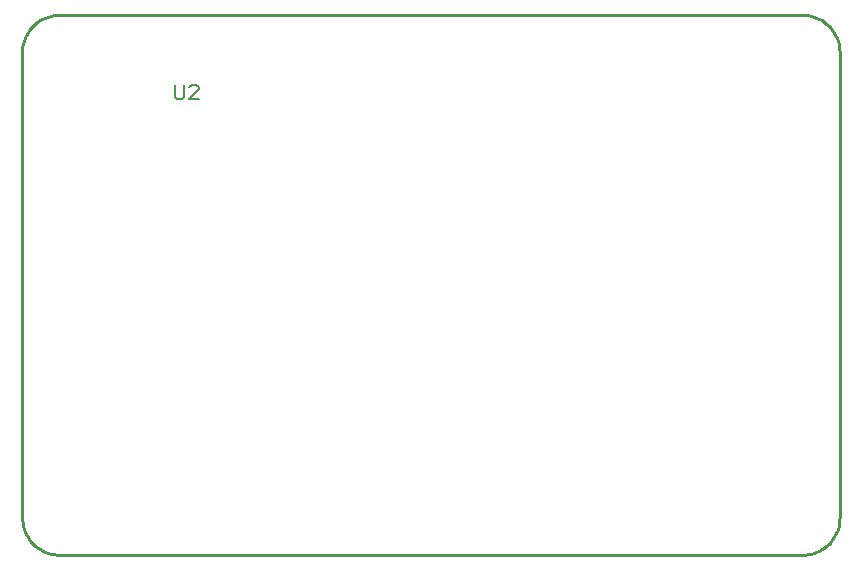
<source format=gm1>
G04*
G04 #@! TF.GenerationSoftware,Altium Limited,Altium Designer,19.0.12 (326)*
G04*
G04 Layer_Color=16711935*
%FSLAX25Y25*%
%MOIN*%
G70*
G01*
G75*
%ADD14C,0.01000*%
%ADD101C,0.00591*%
D14*
X510Y13000D02*
X549Y12020D01*
X664Y11045D01*
X855Y10083D01*
X1122Y9138D01*
X1462Y8218D01*
X1873Y7327D01*
X2352Y6471D01*
X2898Y5655D01*
X3505Y4885D01*
X4172Y4165D01*
X4893Y3499D01*
X5663Y2892D01*
X6480Y2347D01*
X7336Y1868D01*
X8227Y1458D01*
X9148Y1119D01*
X10092Y853D01*
X11055Y662D01*
X12030Y548D01*
X13010Y510D01*
X13000Y180500D02*
X12019Y180461D01*
X11045Y180346D01*
X10082Y180154D01*
X9137Y179888D01*
X8216Y179548D01*
X7325Y179137D01*
X6469Y178658D01*
X5653Y178112D01*
X4882Y177505D01*
X4161Y176838D01*
X3495Y176118D01*
X2887Y175347D01*
X2342Y174531D01*
X1862Y173674D01*
X1452Y172783D01*
X1112Y171862D01*
X845Y170918D01*
X654Y169955D01*
X538Y168980D01*
X500Y168000D01*
X260510Y500D02*
X261491Y538D01*
X262465Y654D01*
X263428Y845D01*
X264373Y1112D01*
X265294Y1452D01*
X266185Y1862D01*
X267041Y2342D01*
X267857Y2887D01*
X268628Y3495D01*
X269349Y4161D01*
X270015Y4882D01*
X270623Y5653D01*
X271168Y6469D01*
X271648Y7325D01*
X272059Y8217D01*
X272398Y9137D01*
X272665Y10082D01*
X272856Y11045D01*
X272972Y12019D01*
X273010Y13000D01*
X273020Y168000D02*
X272981Y168982D01*
X272866Y169957D01*
X272674Y170920D01*
X272408Y171866D01*
X272068Y172787D01*
X271656Y173679D01*
X271177Y174537D01*
X270631Y175353D01*
X270023Y176125D01*
X269356Y176846D01*
X268635Y177513D01*
X267863Y178121D01*
X267046Y178666D01*
X266189Y179147D01*
X265297Y179558D01*
X264376Y179898D01*
X263430Y180164D01*
X262467Y180356D01*
X261491Y180472D01*
X260510Y180510D01*
X510Y168000D02*
X510Y13000D01*
X13010Y500D02*
X260510D01*
X13000Y180500D02*
X260520Y180500D01*
X273010Y13000D02*
Y168010D01*
D101*
X51510Y157223D02*
Y153287D01*
X52297Y152500D01*
X53871D01*
X54659Y153287D01*
Y157223D01*
X59382Y152500D02*
X56233D01*
X59382Y155649D01*
Y156436D01*
X58594Y157223D01*
X57020D01*
X56233Y156436D01*
M02*

</source>
